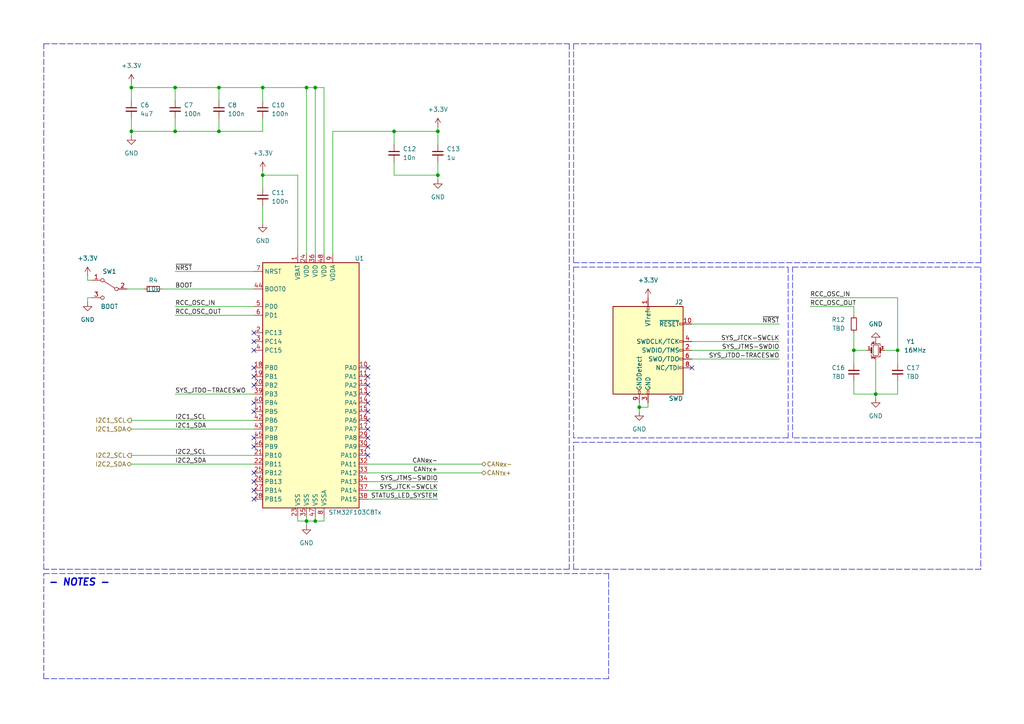
<source format=kicad_sch>
(kicad_sch (version 20211123) (generator eeschema)
  (paper "A4")
  (title_block (title "Caliban") (date "2023-02-25") (rev "A"))
  (lib_symbols
    (symbol "Connector:Conn_ARM_JTAG_SWD_10" (pin_names (offset 1.016))
      (property "Reference" "J" (at -2.54 16.51 0))
      (property "Value" "Conn_ARM_JTAG_SWD_10" (at -2.54 13.97 0))
      (symbol "Conn_ARM_JTAG_SWD_10_0_1"
        (rectangle (start -10.16 12.7) (end 10.16 -12.7) (stroke (width 0.254)) (fill (type background)))
        (rectangle (start -2.794 -12.7) (end -2.286 -11.684))
        (rectangle (start -0.254 -12.7) (end 0.254 -11.684))
        (rectangle (start -0.254 12.7) (end 0.254 11.684))
        (rectangle (start 9.144 2.286) (end 10.16 2.794))
        (rectangle (start 10.16 -2.794) (end 9.144 -2.286))
        (rectangle (start 10.16 -0.254) (end 9.144 0.254))
        (rectangle (start 10.16 7.874) (end 9.144 7.366))
      )
      (symbol "Conn_ARM_JTAG_SWD_10_1_1"
        (rectangle (start 9.144 -5.334) (end 10.16 -4.826))
        (pin power_in line (at 0 15.24 270) (length 2.54) (name "VTref") (number "1"))
        (pin open_collector line (at 12.7 7.62 180) (length 2.54) (name "~{RESET}") (number "10"))
        (pin bidirectional line (at 12.7 0 180) (length 2.54) (name "SWDIO/TMS") (number "2"))
        (pin power_in line (at 0 -15.24 90) (length 2.54) (name "GND") (number "3"))
        (pin output line (at 12.7 2.54 180) (length 2.54) (name "SWDCLK/TCK") (number "4"))
        (pin passive line (at 0 -15.24 90) (length 2.54) hide (name "GND") (number "5"))
        (pin input line (at 12.7 -2.54 180) (length 2.54) (name "SWO/TDO") (number "6"))
        (pin no_connect line (at -10.16 0 0) (length 2.54) hide (name "KEY") (number "7"))
        (pin output line (at 12.7 -5.08 180) (length 2.54) (name "NC/TDI") (number "8"))
        (pin passive line (at -2.54 -15.24 90) (length 2.54) (name "GNDDetect") (number "9"))
      )
    )
    (symbol "Device:C_Small" (pin_numbers hide) (pin_names (offset 0.254) hide)
      (property "Reference" "C" (at 0.254 1.778 0))
      (property "Value" "C_Small" (at 0.254 -2.032 0))
      (symbol "C_Small_0_1"
        (polyline (pts (xy -1.524 -0.508) (xy 1.524 -0.508)) (stroke (width 0.3302)))
        (polyline (pts (xy -1.524 0.508) (xy 1.524 0.508)) (stroke (width 0.3048)))
      )
      (symbol "C_Small_1_1"
        (pin passive line (at 0 2.54 270) (length 2.032) (name "~") (number "1"))
        (pin passive line (at 0 -2.54 90) (length 2.032) (name "~") (number "2"))
      )
    )
    (symbol "Device:Crystal_GND24_Small" (pin_names (offset 1.016) hide)
      (property "Reference" "Y" (at 1.27 4.445 0))
      (property "Value" "Crystal_GND24_Small" (at 1.27 2.54 0))
      (symbol "Crystal_GND24_Small_0_1"
        (rectangle (start -0.762 -1.524) (end 0.762 1.524))
        (polyline (pts (xy -1.27 -0.762) (xy -1.27 0.762)) (stroke (width 0.381)))
        (polyline (pts (xy 1.27 -0.762) (xy 1.27 0.762)) (stroke (width 0.381)))
        (polyline (pts (xy -1.27 -1.27) (xy -1.27 -1.905) (xy 1.27 -1.905) (xy 1.27 -1.27)))
        (polyline (pts (xy -1.27 1.27) (xy -1.27 1.905) (xy 1.27 1.905) (xy 1.27 1.27)))
      )
      (symbol "Crystal_GND24_Small_1_1"
        (pin passive line (at -2.54 0 0) (length 1.27) (name "1") (number "1"))
        (pin passive line (at 0 -2.54 90) (length 0.635) (name "2") (number "2"))
        (pin passive line (at 2.54 0 180) (length 1.27) (name "3") (number "3"))
        (pin passive line (at 0 2.54 270) (length 0.635) (name "4") (number "4"))
      )
    )
    (symbol "Device:R_Small" (pin_numbers hide) (pin_names (offset 0.254) hide)
      (property "Reference" "R" (at 0.762 0.508 0))
      (property "Value" "R_Small" (at 0.762 -1.016 0))
      (symbol "R_Small_0_1"
        (rectangle (start -0.762 1.778) (end 0.762 -1.778) (stroke (width 0.2032)))
      )
      (symbol "R_Small_1_1"
        (pin passive line (at 0 2.54 270) (length 0.762) (name "~") (number "1"))
        (pin passive line (at 0 -2.54 90) (length 0.762) (name "~") (number "2"))
      )
    )
    (symbol "MCU_ST_STM32F1:STM32F103C8Tx"
      (property "Reference" "U" (at -15.24 36.83 0))
      (property "Value" "STM32F103C8Tx" (at 7.62 36.83 0))
      (symbol "STM32F103C8Tx_0_1"
        (rectangle (start -15.24 -35.56) (end 12.7 35.56) (stroke (width 0.254)) (fill (type background)))
      )
      (symbol "STM32F103C8Tx_1_1"
        (pin power_in line (at -5.08 38.1 270) (length 2.54) (name "VBAT") (number "1"))
        (pin bidirectional line (at 15.24 5.08 180) (length 2.54) (name "PA0") (number "10"))
        (pin bidirectional line (at 15.24 2.54 180) (length 2.54) (name "PA1") (number "11"))
        (pin bidirectional line (at 15.24 0 180) (length 2.54) (name "PA2") (number "12"))
        (pin bidirectional line (at 15.24 -2.54 180) (length 2.54) (name "PA3") (number "13"))
        (pin bidirectional line (at 15.24 -5.08 180) (length 2.54) (name "PA4") (number "14"))
        (pin bidirectional line (at 15.24 -7.62 180) (length 2.54) (name "PA5") (number "15"))
        (pin bidirectional line (at 15.24 -10.16 180) (length 2.54) (name "PA6") (number "16"))
        (pin bidirectional line (at 15.24 -12.7 180) (length 2.54) (name "PA7") (number "17"))
        (pin bidirectional line (at -17.78 5.08 0) (length 2.54) (name "PB0") (number "18"))
        (pin bidirectional line (at -17.78 2.54 0) (length 2.54) (name "PB1") (number "19"))
        (pin bidirectional line (at -17.78 15.24 0) (length 2.54) (name "PC13") (number "2"))
        (pin bidirectional line (at -17.78 0 0) (length 2.54) (name "PB2") (number "20"))
        (pin bidirectional line (at -17.78 -20.32 0) (length 2.54) (name "PB10") (number "21"))
        (pin bidirectional line (at -17.78 -22.86 0) (length 2.54) (name "PB11") (number "22"))
        (pin power_in line (at -5.08 -38.1 90) (length 2.54) (name "VSS") (number "23"))
        (pin power_in line (at -2.54 38.1 270) (length 2.54) (name "VDD") (number "24"))
        (pin bidirectional line (at -17.78 -25.4 0) (length 2.54) (name "PB12") (number "25"))
        (pin bidirectional line (at -17.78 -27.94 0) (length 2.54) (name "PB13") (number "26"))
        (pin bidirectional line (at -17.78 -30.48 0) (length 2.54) (name "PB14") (number "27"))
        (pin bidirectional line (at -17.78 -33.02 0) (length 2.54) (name "PB15") (number "28"))
        (pin bidirectional line (at 15.24 -15.24 180) (length 2.54) (name "PA8") (number "29"))
        (pin bidirectional line (at -17.78 12.7 0) (length 2.54) (name "PC14") (number "3"))
        (pin bidirectional line (at 15.24 -17.78 180) (length 2.54) (name "PA9") (number "30"))
        (pin bidirectional line (at 15.24 -20.32 180) (length 2.54) (name "PA10") (number "31"))
        (pin bidirectional line (at 15.24 -22.86 180) (length 2.54) (name "PA11") (number "32"))
        (pin bidirectional line (at 15.24 -25.4 180) (length 2.54) (name "PA12") (number "33"))
        (pin bidirectional line (at 15.24 -27.94 180) (length 2.54) (name "PA13") (number "34"))
        (pin power_in line (at -2.54 -38.1 90) (length 2.54) (name "VSS") (number "35"))
        (pin power_in line (at 0 38.1 270) (length 2.54) (name "VDD") (number "36"))
        (pin bidirectional line (at 15.24 -30.48 180) (length 2.54) (name "PA14") (number "37"))
        (pin bidirectional line (at 15.24 -33.02 180) (length 2.54) (name "PA15") (number "38"))
        (pin bidirectional line (at -17.78 -2.54 0) (length 2.54) (name "PB3") (number "39"))
        (pin bidirectional line (at -17.78 10.16 0) (length 2.54) (name "PC15") (number "4"))
        (pin bidirectional line (at -17.78 -5.08 0) (length 2.54) (name "PB4") (number "40"))
        (pin bidirectional line (at -17.78 -7.62 0) (length 2.54) (name "PB5") (number "41"))
        (pin bidirectional line (at -17.78 -10.16 0) (length 2.54) (name "PB6") (number "42"))
        (pin bidirectional line (at -17.78 -12.7 0) (length 2.54) (name "PB7") (number "43"))
        (pin input line (at -17.78 27.94 0) (length 2.54) (name "BOOT0") (number "44"))
        (pin bidirectional line (at -17.78 -15.24 0) (length 2.54) (name "PB8") (number "45"))
        (pin bidirectional line (at -17.78 -17.78 0) (length 2.54) (name "PB9") (number "46"))
        (pin power_in line (at 0 -38.1 90) (length 2.54) (name "VSS") (number "47"))
        (pin power_in line (at 2.54 38.1 270) (length 2.54) (name "VDD") (number "48"))
        (pin input line (at -17.78 22.86 0) (length 2.54) (name "PD0") (number "5"))
        (pin input line (at -17.78 20.32 0) (length 2.54) (name "PD1") (number "6"))
        (pin input line (at -17.78 33.02 0) (length 2.54) (name "NRST") (number "7"))
        (pin power_in line (at 2.54 -38.1 90) (length 2.54) (name "VSSA") (number "8"))
        (pin power_in line (at 5.08 38.1 270) (length 2.54) (name "VDDA") (number "9"))
      )
    )
    (symbol "Switch:SW_SPDT" (pin_names (offset 0) hide)
      (property "Reference" "SW" (at 0 4.318 0))
      (property "Value" "SW_SPDT" (at 0 -5.08 0))
      (symbol "SW_SPDT_0_0"
        (circle (center -2.032 0) (radius 0.508))
        (circle (center 2.032 -2.54) (radius 0.508))
      )
      (symbol "SW_SPDT_0_1"
        (polyline (pts (xy -1.524 0.254) (xy 1.651 2.286)))
        (circle (center 2.032 2.54) (radius 0.508))
      )
      (symbol "SW_SPDT_1_1"
        (pin passive line (at 5.08 2.54 180) (length 2.54) (name "A") (number "1"))
        (pin passive line (at -5.08 0 0) (length 2.54) (name "B") (number "2"))
        (pin passive line (at 5.08 -2.54 180) (length 2.54) (name "C") (number "3"))
      )
    )
    (symbol "power:+3.3V" (power) (pin_names (offset 0))
      (property "Value" "+3.3V" (at 0 3.556 0))
      (symbol "+3.3V_0_1"
        (polyline (pts (xy -0.762 1.27) (xy 0 2.54)))
        (polyline (pts (xy 0 0) (xy 0 2.54)))
        (polyline (pts (xy 0 2.54) (xy 0.762 1.27)))
      )
      (symbol "+3.3V_1_1"
        (pin power_in line (at 0 0 90) (length 0) hide (name "+3.3V") (number "1"))
      )
    )
    (symbol "power:GND" (power) (pin_names (offset 0))
      (property "Value" "GND" (at 0 -3.81 0))
      (symbol "GND_0_1"
        (polyline (pts (xy 0 0) (xy 0 -1.27) (xy 1.27 -1.27) (xy 0 -2.54) (xy -1.27 -1.27) (xy 0 -1.27)))
      )
      (symbol "GND_1_1"
        (pin power_in line (at 0 0 270) (length 0) hide (name "GND") (number "1"))
      )
    )
  )
  (junction (at 38.1 38.1))
  (junction (at 76.2 25.4))
  (junction (at 185.42 118.11))
  (junction (at 88.9 25.4))
  (junction (at 91.44 151.13))
  (junction (at 50.8 25.4))
  (junction (at 50.8 38.1))
  (junction (at 114.3 38.1))
  (junction (at 88.9 151.13))
  (junction (at 38.1 25.4))
  (junction (at 260.35 101.6))
  (junction (at 127 50.8))
  (junction (at 76.2 50.8))
  (junction (at 247.65 101.6))
  (junction (at 91.44 25.4))
  (junction (at 127 38.1))
  (junction (at 254 114.3))
  (junction (at 63.5 25.4))
  (junction (at 63.5 38.1))
  (no_connect (at 73.66 99.06))
  (no_connect (at 106.68 124.46))
  (no_connect (at 106.68 121.92))
  (no_connect (at 106.68 114.3))
  (no_connect (at 73.66 142.24))
  (no_connect (at 73.66 127))
  (no_connect (at 73.66 139.7))
  (no_connect (at 73.66 137.16))
  (no_connect (at 106.68 116.84))
  (no_connect (at 200.66 106.68))
  (no_connect (at 73.66 119.38))
  (no_connect (at 73.66 96.52))
  (no_connect (at 73.66 111.76))
  (no_connect (at 106.68 132.08))
  (no_connect (at 73.66 109.22))
  (no_connect (at 106.68 111.76))
  (no_connect (at 106.68 106.68))
  (no_connect (at 73.66 101.6))
  (no_connect (at 73.66 116.84))
  (no_connect (at 73.66 106.68))
  (no_connect (at 73.66 129.54))
  (no_connect (at 106.68 119.38))
  (no_connect (at 106.68 129.54))
  (no_connect (at 106.68 127))
  (no_connect (at 106.68 109.22))
  (no_connect (at 73.66 144.78))
  (wire (pts (xy 38.1 132.08) (xy 73.66 132.08)))
  (wire (pts (xy 50.8 91.44) (xy 73.66 91.44)))
  (polyline (pts (xy 166.37 77.47) (xy 228.6 77.47)))
  (polyline (pts (xy 166.37 76.2) (xy 284.48 76.2)))
  (wire (pts (xy 93.98 149.86) (xy 93.98 151.13)))
  (wire (pts (xy 63.5 25.4) (xy 76.2 25.4)))
  (wire (pts (xy 200.66 101.6) (xy 226.06 101.6)))
  (wire (pts (xy 247.65 105.41) (xy 247.65 101.6)))
  (wire (pts (xy 187.96 118.11) (xy 187.96 116.84)))
  (wire (pts (xy 25.4 80.01) (xy 25.4 81.28)))
  (polyline (pts (xy 166.37 12.7) (xy 166.37 76.2)))
  (polyline (pts (xy 284.48 77.47) (xy 284.48 127)))
  (wire (pts (xy 114.3 38.1) (xy 114.3 41.91)))
  (wire (pts (xy 36.83 83.82) (xy 41.91 83.82)))
  (wire (pts (xy 256.54 101.6) (xy 260.35 101.6)))
  (wire (pts (xy 50.8 88.9) (xy 73.66 88.9)))
  (wire (pts (xy 91.44 151.13) (xy 93.98 151.13)))
  (polyline (pts (xy 284.48 127) (xy 229.87 127)))
  (polyline (pts (xy 228.6 77.47) (xy 228.6 127)))
  (wire (pts (xy 106.68 137.16) (xy 139.7 137.16)))
  (wire (pts (xy 76.2 50.8) (xy 76.2 54.61)))
  (polyline (pts (xy 228.6 127) (xy 166.37 127)))
  (wire (pts (xy 127 50.8) (xy 127 52.07)))
  (polyline (pts (xy 176.53 166.37) (xy 176.53 196.85)))
  (wire (pts (xy 38.1 121.92) (xy 73.66 121.92)))
  (wire (pts (xy 25.4 81.28) (xy 26.67 81.28)))
  (wire (pts (xy 260.35 86.36) (xy 260.35 101.6)))
  (wire (pts (xy 114.3 50.8) (xy 127 50.8)))
  (wire (pts (xy 76.2 25.4) (xy 76.2 29.21)))
  (wire (pts (xy 86.36 149.86) (xy 86.36 151.13)))
  (wire (pts (xy 247.65 114.3) (xy 254 114.3)))
  (polyline (pts (xy 12.7 166.37) (xy 176.53 166.37)))
  (wire (pts (xy 254 114.3) (xy 260.35 114.3)))
  (wire (pts (xy 26.67 86.36) (xy 25.4 86.36)))
  (wire (pts (xy 38.1 124.46) (xy 73.66 124.46)))
  (polyline (pts (xy 12.7 165.1) (xy 12.7 12.7)))
  (polyline (pts (xy 12.7 196.85) (xy 12.7 166.37)))
  (wire (pts (xy 234.95 88.9) (xy 247.65 88.9)))
  (wire (pts (xy 38.1 38.1) (xy 50.8 38.1)))
  (wire (pts (xy 50.8 25.4) (xy 63.5 25.4)))
  (polyline (pts (xy 166.37 165.1) (xy 166.37 128.27)))
  (wire (pts (xy 254 114.3) (xy 254 115.57)))
  (wire (pts (xy 247.65 96.52) (xy 247.65 101.6)))
  (wire (pts (xy 50.8 78.74) (xy 73.66 78.74)))
  (polyline (pts (xy 166.37 127) (xy 166.37 77.47)))
  (polyline (pts (xy 12.7 12.7) (xy 165.1 12.7)))
  (wire (pts (xy 86.36 73.66) (xy 86.36 50.8)))
  (wire (pts (xy 86.36 151.13) (xy 88.9 151.13)))
  (polyline (pts (xy 284.48 12.7) (xy 166.37 12.7)))
  (wire (pts (xy 38.1 134.62) (xy 73.66 134.62)))
  (wire (pts (xy 50.8 25.4) (xy 50.8 29.21)))
  (wire (pts (xy 106.68 142.24) (xy 127 142.24)))
  (wire (pts (xy 38.1 25.4) (xy 50.8 25.4)))
  (wire (pts (xy 38.1 24.13) (xy 38.1 25.4)))
  (wire (pts (xy 247.65 88.9) (xy 247.65 91.44)))
  (wire (pts (xy 63.5 38.1) (xy 50.8 38.1)))
  (wire (pts (xy 63.5 25.4) (xy 63.5 29.21)))
  (wire (pts (xy 200.66 93.98) (xy 226.06 93.98)))
  (wire (pts (xy 260.35 110.49) (xy 260.35 114.3)))
  (wire (pts (xy 200.66 99.06) (xy 226.06 99.06)))
  (wire (pts (xy 91.44 25.4) (xy 93.98 25.4)))
  (wire (pts (xy 88.9 25.4) (xy 91.44 25.4)))
  (wire (pts (xy 200.66 104.14) (xy 226.06 104.14)))
  (wire (pts (xy 76.2 49.53) (xy 76.2 50.8)))
  (wire (pts (xy 114.3 38.1) (xy 96.52 38.1)))
  (polyline (pts (xy 229.87 127) (xy 229.87 77.47)))
  (wire (pts (xy 96.52 38.1) (xy 96.52 73.66)))
  (polyline (pts (xy 229.87 77.47) (xy 284.48 77.47)))
  (polyline (pts (xy 166.37 128.27) (xy 284.48 128.27)))
  (wire (pts (xy 93.98 25.4) (xy 93.98 73.66)))
  (wire (pts (xy 185.42 118.11) (xy 187.96 118.11)))
  (wire (pts (xy 88.9 151.13) (xy 88.9 149.86)))
  (wire (pts (xy 63.5 34.29) (xy 63.5 38.1)))
  (polyline (pts (xy 284.48 76.2) (xy 284.48 12.7)))
  (wire (pts (xy 91.44 25.4) (xy 91.44 73.66)))
  (wire (pts (xy 106.68 139.7) (xy 127 139.7)))
  (wire (pts (xy 127 36.83) (xy 127 38.1)))
  (wire (pts (xy 185.42 116.84) (xy 185.42 118.11)))
  (polyline (pts (xy 284.48 128.27) (xy 284.48 165.1)))
  (wire (pts (xy 88.9 151.13) (xy 91.44 151.13)))
  (wire (pts (xy 106.68 134.62) (xy 139.7 134.62)))
  (wire (pts (xy 38.1 25.4) (xy 38.1 29.21)))
  (wire (pts (xy 127 38.1) (xy 114.3 38.1)))
  (wire (pts (xy 185.42 118.11) (xy 185.42 119.38)))
  (polyline (pts (xy 284.48 165.1) (xy 166.37 165.1)))
  (wire (pts (xy 76.2 25.4) (xy 88.9 25.4)))
  (wire (pts (xy 38.1 34.29) (xy 38.1 38.1)))
  (wire (pts (xy 234.95 86.36) (xy 260.35 86.36)))
  (wire (pts (xy 127 46.99) (xy 127 50.8)))
  (wire (pts (xy 127 38.1) (xy 127 41.91)))
  (wire (pts (xy 247.65 101.6) (xy 251.46 101.6)))
  (wire (pts (xy 38.1 38.1) (xy 38.1 39.37)))
  (wire (pts (xy 76.2 34.29) (xy 76.2 38.1)))
  (wire (pts (xy 25.4 86.36) (xy 25.4 87.63)))
  (wire (pts (xy 247.65 110.49) (xy 247.65 114.3)))
  (wire (pts (xy 76.2 50.8) (xy 86.36 50.8)))
  (wire (pts (xy 106.68 144.78) (xy 127 144.78)))
  (polyline (pts (xy 165.1 165.1) (xy 12.7 165.1)))
  (wire (pts (xy 76.2 59.69) (xy 76.2 64.77)))
  (wire (pts (xy 114.3 50.8) (xy 114.3 46.99)))
  (wire (pts (xy 76.2 38.1) (xy 63.5 38.1)))
  (polyline (pts (xy 176.53 196.85) (xy 12.7 196.85)))
  (wire (pts (xy 88.9 151.13) (xy 88.9 152.4)))
  (wire (pts (xy 46.99 83.82) (xy 73.66 83.82)))
  (wire (pts (xy 50.8 114.3) (xy 73.66 114.3)))
  (polyline (pts (xy 165.1 12.7) (xy 165.1 165.1)))
  (wire (pts (xy 260.35 101.6) (xy 260.35 105.41)))
  (wire (pts (xy 91.44 149.86) (xy 91.44 151.13)))
  (wire (pts (xy 50.8 38.1) (xy 50.8 34.29)))
  (wire (pts (xy 254 104.14) (xy 254 114.3)))
  (wire (pts (xy 88.9 25.4) (xy 88.9 73.66)))
  (text "- NOTES -" (at 13.97 170.18 0) (effects (font (size 2 2) (thickness 0.4) bold italic) (justify left bottom)))
  (label "RCC_OSC_OUT" (at 50.8 91.44 0))
  (label "SYS_JTCK-SWCLK" (at 127 142.24 180))
  (label "SYS_JTDO-TRACESWO" (at 50.8 114.3 0))
  (label "STATUS_LED_SYSTEM" (at 127 144.78 180))
  (label "BOOT" (at 50.8 83.82 0))
  (label "I2C1_SDA" (at 50.8 124.46 0))
  (label "SYS_JTDO-TRACESWO" (at 226.06 104.14 180))
  (label "I2C1_SCL" (at 50.8 121.92 0))
  (label "SYS_JTMS-SWDIO" (at 127 139.7 180))
  (label "CAN_{RX}-" (at 127 134.62 180))
  (label "~{NRST}" (at 50.8 78.74 0))
  (label "SYS_JTCK-SWCLK" (at 226.06 99.06 180))
  (label "RCC_OSC_OUT" (at 234.95 88.9 0))
  (label "I2C2_SCL" (at 50.8 132.08 0))
  (label "CAN_{TX}+" (at 127 137.16 180))
  (label "RCC_OSC_IN" (at 234.95 86.36 0))
  (label "~{NRST}" (at 226.06 93.98 180))
  (label "I2C2_SDA" (at 50.8 134.62 0))
  (label "SYS_JTMS-SWDIO" (at 226.06 101.6 180))
  (label "RCC_OSC_IN" (at 50.8 88.9 0))
  (hierarchical_label "CAN_{TX}+" (shape bidirectional) (at 139.7 137.16 0))
  (hierarchical_label "CAN_{RX}-" (shape bidirectional) (at 139.7 134.62 0))
  (hierarchical_label "I2C2_SDA" (shape bidirectional) (at 38.1 134.62 180))
  (hierarchical_label "I2C1_SCL" (shape output) (at 38.1 121.92 180))
  (hierarchical_label "I2C1_SDA" (shape bidirectional) (at 38.1 124.46 180))
  (hierarchical_label "I2C2_SCL" (shape output) (at 38.1 132.08 180))
  (symbol (lib_id "Device:C_Small") (at 260.35 107.95 0) (unit 1)
    (property "Reference" "C17" (at 262.89 106.6862 0) (effects (justify left)))
    (property "Value" "TBD" (at 262.89 109.2262 0) (effects (justify left)))
    (property "Footprint" "Capacitor_SMD:C_0402_1005Metric_Pad0.74x0.62mm_HandSolder" (effects hide))
  )
  (symbol (lib_id "power:GND") (at 254 115.57 0) (unit 1)
    (property "Reference" "#PWR0110" (effects hide))
    (property "Value" "GND" (at 254 120.65 0))
  )
  (symbol (lib_id "power:+3.3V") (at 187.96 86.36 0) (unit 1)
    (property "Reference" "#PWR0105" (effects hide))
    (property "Value" "+3.3V" (at 187.96 81.28 0))
  )
  (symbol (lib_id "MCU_ST_STM32F1:STM32F103C8Tx") (at 91.44 111.76 0) (unit 1)
    (property "Reference" "U1" (at 102.87 74.93 0) (effects (justify left)))
    (property "Value" "STM32F103C8Tx" (at 95.25 148.59 0) (effects (justify left)))
    (property "Footprint" "Package_QFP:LQFP-48_7x7mm_P0.5mm" (effects hide))
    (property "Datasheet" "http://www.st.com/st-web-ui/static/active/en/resource/technical/document/datasheet/CD00161566.pdf" (effects hide))
  )
  (symbol (lib_id "Device:C_Small") (at 63.5 31.75 0) (unit 1)
    (property "Reference" "C8" (at 66.04 30.4862 0) (effects (justify left)))
    (property "Value" "100n" (at 66.04 33.0262 0) (effects (justify left)))
    (property "Footprint" "Capacitor_SMD:C_0402_1005Metric_Pad0.74x0.62mm_HandSolder" (effects hide))
  )
  (symbol (lib_id "power:+3.3V") (at 38.1 24.13 0) (unit 1)
    (property "Reference" "#PWR0115" (effects hide))
    (property "Value" "+3.3V" (at 38.1 19.05 0))
  )
  (symbol (lib_id "Switch:SW_SPDT") (at 31.75 83.82 0) (mirror y) (unit 1)
    (property "Reference" "SW1" (at 31.75 78.74 0))
    (property "Value" "BOOT" (at 31.75 88.9 0))
    (property "Footprint" "Button_Switch_SMD:SW_SPDT_PCM12" (effects hide))
  )
  (symbol (lib_id "Device:C_Small") (at 127 44.45 0) (unit 1)
    (property "Reference" "C13" (at 129.54 43.1862 0) (effects (justify left)))
    (property "Value" "1u" (at 129.54 45.7262 0) (effects (justify left)))
    (property "Footprint" "Capacitor_SMD:C_0402_1005Metric_Pad0.74x0.62mm_HandSolder" (effects hide))
  )
  (symbol (lib_id "power:GND") (at 25.4 87.63 0) (unit 1)
    (property "Reference" "#PWR0116" (effects hide))
    (property "Value" "GND" (at 25.4 92.71 0))
  )
  (symbol (lib_id "power:GND") (at 185.42 119.38 0) (unit 1)
    (property "Reference" "#PWR0106" (effects hide))
    (property "Value" "GND" (at 185.42 124.46 0))
  )
  (symbol (lib_id "power:GND") (at 38.1 39.37 0) (unit 1)
    (property "Reference" "#PWR0114" (effects hide))
    (property "Value" "GND" (at 38.1 44.45 0))
  )
  (symbol (lib_id "Device:C_Small") (at 50.8 31.75 0) (unit 1)
    (property "Reference" "C7" (at 53.34 30.4862 0) (effects (justify left)))
    (property "Value" "100n" (at 53.34 33.0262 0) (effects (justify left)))
    (property "Footprint" "Capacitor_SMD:C_0402_1005Metric_Pad0.74x0.62mm_HandSolder" (effects hide))
  )
  (symbol (lib_id "Device:C_Small") (at 76.2 31.75 0) (unit 1)
    (property "Reference" "C10" (at 78.74 30.4862 0) (effects (justify left)))
    (property "Value" "100n" (at 78.74 33.0262 0) (effects (justify left)))
    (property "Footprint" "Capacitor_SMD:C_0402_1005Metric_Pad0.74x0.62mm_HandSolder" (effects hide))
  )
  (symbol (lib_id "Device:Crystal_GND24_Small") (at 254 101.6 0) (unit 1)
    (property "Reference" "Y1" (at 264.16 99.06 0))
    (property "Value" "16MHz" (at 265.43 101.6 0))
    (property "Footprint" "Crystal:Crystal_SMD_3225-4Pin_3.2x2.5mm_HandSoldering" (effects hide))
  )
  (symbol (lib_id "power:+3.3V") (at 76.2 49.53 0) (unit 1)
    (property "Reference" "#PWR0120" (effects hide))
    (property "Value" "+3.3V" (at 76.2 44.45 0))
  )
  (symbol (lib_id "power:+3.3V") (at 127 36.83 0) (unit 1)
    (property "Reference" "#PWR0122" (effects hide))
    (property "Value" "+3.3V" (at 127 31.75 0))
  )
  (symbol (lib_id "power:GND") (at 254 99.06 180) (unit 1)
    (property "Reference" "#PWR0109" (effects hide))
    (property "Value" "GND" (at 254 93.98 0))
  )
  (symbol (lib_id "power:GND") (at 127 52.07 0) (unit 1)
    (property "Reference" "#PWR0118" (effects hide))
    (property "Value" "GND" (at 127 57.15 0))
  )
  (symbol (lib_id "Device:R_Small") (at 44.45 83.82 90) (unit 1)
    (property "Reference" "R4" (at 44.45 81.28 90))
    (property "Value" "10k" (at 44.45 83.82 90))
    (property "Footprint" "Resistor_SMD:R_0402_1005Metric_Pad0.72x0.64mm_HandSolder" (effects hide))
  )
  (symbol (lib_id "power:+3.3V") (at 25.4 80.01 0) (unit 1)
    (property "Reference" "#PWR0113" (effects hide))
    (property "Value" "+3.3V" (at 25.4 74.93 0))
  )
  (symbol (lib_id "Device:R_Small") (at 247.65 93.98 0) (mirror x) (unit 1)
    (property "Reference" "R12" (at 245.11 92.7099 0) (effects (justify right)))
    (property "Value" "TBD" (at 245.11 95.2499 0) (effects (justify right)))
    (property "Footprint" "Resistor_SMD:R_0402_1005Metric_Pad0.72x0.64mm_HandSolder" (effects hide))
  )
  (symbol (lib_id "Device:C_Small") (at 76.2 57.15 0) (unit 1)
    (property "Reference" "C11" (at 78.74 55.8862 0) (effects (justify left)))
    (property "Value" "100n" (at 78.74 58.4262 0) (effects (justify left)))
    (property "Footprint" "Capacitor_SMD:C_0402_1005Metric_Pad0.74x0.62mm_HandSolder" (effects hide))
  )
  (symbol (lib_id "Device:C_Small") (at 38.1 31.75 0) (unit 1)
    (property "Reference" "C6" (at 40.64 30.4862 0) (effects (justify left)))
    (property "Value" "4u7" (at 40.64 33.0262 0) (effects (justify left)))
    (property "Footprint" "Capacitor_SMD:C_0603_1608Metric_Pad1.08x0.95mm_HandSolder" (effects hide))
  )
  (symbol (lib_id "Device:C_Small") (at 247.65 107.95 0) (mirror x) (unit 1)
    (property "Reference" "C16" (at 245.11 106.6735 0) (effects (justify right)))
    (property "Value" "TBD" (at 245.11 109.2135 0) (effects (justify right)))
    (property "Footprint" "Capacitor_SMD:C_0402_1005Metric_Pad0.74x0.62mm_HandSolder" (effects hide))
  )
  (symbol (lib_id "Device:C_Small") (at 114.3 44.45 0) (unit 1)
    (property "Reference" "C12" (at 116.84 43.1862 0) (effects (justify left)))
    (property "Value" "10n" (at 116.84 45.7262 0) (effects (justify left)))
    (property "Footprint" "Capacitor_SMD:C_0402_1005Metric_Pad0.74x0.62mm_HandSolder" (effects hide))
  )
  (symbol (lib_id "power:GND") (at 88.9 152.4 0) (unit 1)
    (property "Reference" "#PWR0119" (effects hide))
    (property "Value" "GND" (at 88.9 157.48 0))
  )
  (symbol (lib_id "power:GND") (at 76.2 64.77 0) (unit 1)
    (property "Reference" "#PWR0117" (effects hide))
    (property "Value" "GND" (at 76.2 69.85 0))
  )
  (symbol (lib_id "Connector:Conn_ARM_JTAG_SWD_10") (at 187.96 101.6 0) (unit 1)
    (property "Reference" "J2" (at 198.12 87.63 0) (effects (justify right)))
    (property "Value" "SWD" (at 198.12 115.57 0) (effects (justify right)))
    (property "Footprint" "Connector_PinHeader_1.27mm:PinHeader_2x05_P1.27mm_Vertical_SMD" (effects hide))
    (property "Datasheet" "http://infocenter.arm.com/help/topic/com.arm.doc.ddi0314h/DDI0314H_coresight_components_trm.pdf" (effects hide))
  )
)
</source>
